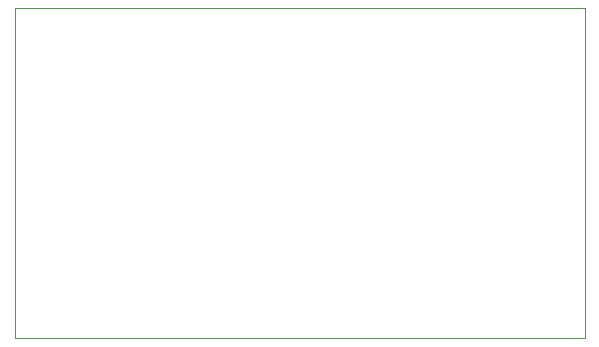
<source format=gbr>
%TF.GenerationSoftware,KiCad,Pcbnew,9.0.5*%
%TF.CreationDate,2025-11-29T16:59:50-06:00*%
%TF.ProjectId,RFIndicator,5246496e-6469-4636-9174-6f722e6b6963,rev?*%
%TF.SameCoordinates,Original*%
%TF.FileFunction,Profile,NP*%
%FSLAX46Y46*%
G04 Gerber Fmt 4.6, Leading zero omitted, Abs format (unit mm)*
G04 Created by KiCad (PCBNEW 9.0.5) date 2025-11-29 16:59:50*
%MOMM*%
%LPD*%
G01*
G04 APERTURE LIST*
%TA.AperFunction,Profile*%
%ADD10C,0.050000*%
%TD*%
G04 APERTURE END LIST*
D10*
X53340000Y-96520000D02*
X101600000Y-96520000D01*
X101600000Y-124460000D01*
X53340000Y-124460000D01*
X53340000Y-96520000D01*
M02*

</source>
